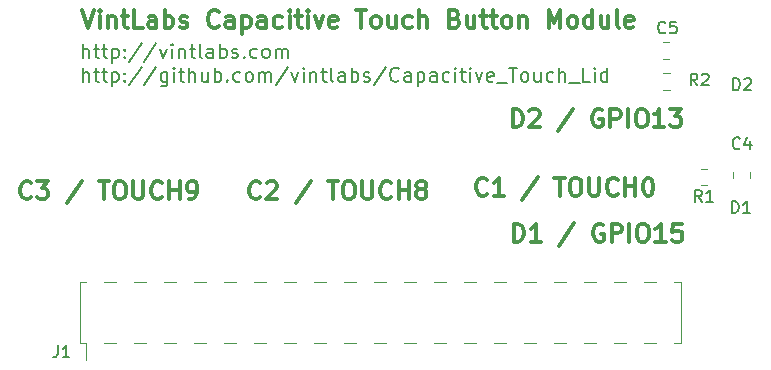
<source format=gbr>
G04 #@! TF.GenerationSoftware,KiCad,Pcbnew,5.1.0*
G04 #@! TF.CreationDate,2019-12-31T07:13:36-05:00*
G04 #@! TF.ProjectId,Capacitive_Touch_Lid,43617061-6369-4746-9976-655f546f7563,rev?*
G04 #@! TF.SameCoordinates,Original*
G04 #@! TF.FileFunction,Legend,Top*
G04 #@! TF.FilePolarity,Positive*
%FSLAX46Y46*%
G04 Gerber Fmt 4.6, Leading zero omitted, Abs format (unit mm)*
G04 Created by KiCad (PCBNEW 5.1.0) date 2019-12-31 07:13:36*
%MOMM*%
%LPD*%
G04 APERTURE LIST*
%ADD10C,0.200000*%
%ADD11C,0.300000*%
%ADD12C,0.120000*%
%ADD13C,0.150000*%
G04 APERTURE END LIST*
D10*
X89815714Y-83042857D02*
X89815714Y-81842857D01*
X90330000Y-83042857D02*
X90330000Y-82414285D01*
X90272857Y-82300000D01*
X90158571Y-82242857D01*
X89987142Y-82242857D01*
X89872857Y-82300000D01*
X89815714Y-82357142D01*
X90730000Y-82242857D02*
X91187142Y-82242857D01*
X90901428Y-81842857D02*
X90901428Y-82871428D01*
X90958571Y-82985714D01*
X91072857Y-83042857D01*
X91187142Y-83042857D01*
X91415714Y-82242857D02*
X91872857Y-82242857D01*
X91587142Y-81842857D02*
X91587142Y-82871428D01*
X91644285Y-82985714D01*
X91758571Y-83042857D01*
X91872857Y-83042857D01*
X92272857Y-82242857D02*
X92272857Y-83442857D01*
X92272857Y-82300000D02*
X92387142Y-82242857D01*
X92615714Y-82242857D01*
X92730000Y-82300000D01*
X92787142Y-82357142D01*
X92844285Y-82471428D01*
X92844285Y-82814285D01*
X92787142Y-82928571D01*
X92730000Y-82985714D01*
X92615714Y-83042857D01*
X92387142Y-83042857D01*
X92272857Y-82985714D01*
X93358571Y-82928571D02*
X93415714Y-82985714D01*
X93358571Y-83042857D01*
X93301428Y-82985714D01*
X93358571Y-82928571D01*
X93358571Y-83042857D01*
X93358571Y-82300000D02*
X93415714Y-82357142D01*
X93358571Y-82414285D01*
X93301428Y-82357142D01*
X93358571Y-82300000D01*
X93358571Y-82414285D01*
X94787142Y-81785714D02*
X93758571Y-83328571D01*
X96044285Y-81785714D02*
X95015714Y-83328571D01*
X96330000Y-82242857D02*
X96615714Y-83042857D01*
X96901428Y-82242857D01*
X97358571Y-83042857D02*
X97358571Y-82242857D01*
X97358571Y-81842857D02*
X97301428Y-81900000D01*
X97358571Y-81957142D01*
X97415714Y-81900000D01*
X97358571Y-81842857D01*
X97358571Y-81957142D01*
X97930000Y-82242857D02*
X97930000Y-83042857D01*
X97930000Y-82357142D02*
X97987142Y-82300000D01*
X98101428Y-82242857D01*
X98272857Y-82242857D01*
X98387142Y-82300000D01*
X98444285Y-82414285D01*
X98444285Y-83042857D01*
X98844285Y-82242857D02*
X99301428Y-82242857D01*
X99015714Y-81842857D02*
X99015714Y-82871428D01*
X99072857Y-82985714D01*
X99187142Y-83042857D01*
X99301428Y-83042857D01*
X99872857Y-83042857D02*
X99758571Y-82985714D01*
X99701428Y-82871428D01*
X99701428Y-81842857D01*
X100844285Y-83042857D02*
X100844285Y-82414285D01*
X100787142Y-82300000D01*
X100672857Y-82242857D01*
X100444285Y-82242857D01*
X100330000Y-82300000D01*
X100844285Y-82985714D02*
X100730000Y-83042857D01*
X100444285Y-83042857D01*
X100330000Y-82985714D01*
X100272857Y-82871428D01*
X100272857Y-82757142D01*
X100330000Y-82642857D01*
X100444285Y-82585714D01*
X100730000Y-82585714D01*
X100844285Y-82528571D01*
X101415714Y-83042857D02*
X101415714Y-81842857D01*
X101415714Y-82300000D02*
X101530000Y-82242857D01*
X101758571Y-82242857D01*
X101872857Y-82300000D01*
X101930000Y-82357142D01*
X101987142Y-82471428D01*
X101987142Y-82814285D01*
X101930000Y-82928571D01*
X101872857Y-82985714D01*
X101758571Y-83042857D01*
X101530000Y-83042857D01*
X101415714Y-82985714D01*
X102444285Y-82985714D02*
X102558571Y-83042857D01*
X102787142Y-83042857D01*
X102901428Y-82985714D01*
X102958571Y-82871428D01*
X102958571Y-82814285D01*
X102901428Y-82700000D01*
X102787142Y-82642857D01*
X102615714Y-82642857D01*
X102501428Y-82585714D01*
X102444285Y-82471428D01*
X102444285Y-82414285D01*
X102501428Y-82300000D01*
X102615714Y-82242857D01*
X102787142Y-82242857D01*
X102901428Y-82300000D01*
X103472857Y-82928571D02*
X103530000Y-82985714D01*
X103472857Y-83042857D01*
X103415714Y-82985714D01*
X103472857Y-82928571D01*
X103472857Y-83042857D01*
X104558571Y-82985714D02*
X104444285Y-83042857D01*
X104215714Y-83042857D01*
X104101428Y-82985714D01*
X104044285Y-82928571D01*
X103987142Y-82814285D01*
X103987142Y-82471428D01*
X104044285Y-82357142D01*
X104101428Y-82300000D01*
X104215714Y-82242857D01*
X104444285Y-82242857D01*
X104558571Y-82300000D01*
X105244285Y-83042857D02*
X105130000Y-82985714D01*
X105072857Y-82928571D01*
X105015714Y-82814285D01*
X105015714Y-82471428D01*
X105072857Y-82357142D01*
X105130000Y-82300000D01*
X105244285Y-82242857D01*
X105415714Y-82242857D01*
X105530000Y-82300000D01*
X105587142Y-82357142D01*
X105644285Y-82471428D01*
X105644285Y-82814285D01*
X105587142Y-82928571D01*
X105530000Y-82985714D01*
X105415714Y-83042857D01*
X105244285Y-83042857D01*
X106158571Y-83042857D02*
X106158571Y-82242857D01*
X106158571Y-82357142D02*
X106215714Y-82300000D01*
X106330000Y-82242857D01*
X106501428Y-82242857D01*
X106615714Y-82300000D01*
X106672857Y-82414285D01*
X106672857Y-83042857D01*
X106672857Y-82414285D02*
X106730000Y-82300000D01*
X106844285Y-82242857D01*
X107015714Y-82242857D01*
X107130000Y-82300000D01*
X107187142Y-82414285D01*
X107187142Y-83042857D01*
X89815714Y-85042857D02*
X89815714Y-83842857D01*
X90330000Y-85042857D02*
X90330000Y-84414285D01*
X90272857Y-84300000D01*
X90158571Y-84242857D01*
X89987142Y-84242857D01*
X89872857Y-84300000D01*
X89815714Y-84357142D01*
X90730000Y-84242857D02*
X91187142Y-84242857D01*
X90901428Y-83842857D02*
X90901428Y-84871428D01*
X90958571Y-84985714D01*
X91072857Y-85042857D01*
X91187142Y-85042857D01*
X91415714Y-84242857D02*
X91872857Y-84242857D01*
X91587142Y-83842857D02*
X91587142Y-84871428D01*
X91644285Y-84985714D01*
X91758571Y-85042857D01*
X91872857Y-85042857D01*
X92272857Y-84242857D02*
X92272857Y-85442857D01*
X92272857Y-84300000D02*
X92387142Y-84242857D01*
X92615714Y-84242857D01*
X92730000Y-84300000D01*
X92787142Y-84357142D01*
X92844285Y-84471428D01*
X92844285Y-84814285D01*
X92787142Y-84928571D01*
X92730000Y-84985714D01*
X92615714Y-85042857D01*
X92387142Y-85042857D01*
X92272857Y-84985714D01*
X93358571Y-84928571D02*
X93415714Y-84985714D01*
X93358571Y-85042857D01*
X93301428Y-84985714D01*
X93358571Y-84928571D01*
X93358571Y-85042857D01*
X93358571Y-84300000D02*
X93415714Y-84357142D01*
X93358571Y-84414285D01*
X93301428Y-84357142D01*
X93358571Y-84300000D01*
X93358571Y-84414285D01*
X94787142Y-83785714D02*
X93758571Y-85328571D01*
X96044285Y-83785714D02*
X95015714Y-85328571D01*
X96958571Y-84242857D02*
X96958571Y-85214285D01*
X96901428Y-85328571D01*
X96844285Y-85385714D01*
X96730000Y-85442857D01*
X96558571Y-85442857D01*
X96444285Y-85385714D01*
X96958571Y-84985714D02*
X96844285Y-85042857D01*
X96615714Y-85042857D01*
X96501428Y-84985714D01*
X96444285Y-84928571D01*
X96387142Y-84814285D01*
X96387142Y-84471428D01*
X96444285Y-84357142D01*
X96501428Y-84300000D01*
X96615714Y-84242857D01*
X96844285Y-84242857D01*
X96958571Y-84300000D01*
X97530000Y-85042857D02*
X97530000Y-84242857D01*
X97530000Y-83842857D02*
X97472857Y-83900000D01*
X97530000Y-83957142D01*
X97587142Y-83900000D01*
X97530000Y-83842857D01*
X97530000Y-83957142D01*
X97930000Y-84242857D02*
X98387142Y-84242857D01*
X98101428Y-83842857D02*
X98101428Y-84871428D01*
X98158571Y-84985714D01*
X98272857Y-85042857D01*
X98387142Y-85042857D01*
X98787142Y-85042857D02*
X98787142Y-83842857D01*
X99301428Y-85042857D02*
X99301428Y-84414285D01*
X99244285Y-84300000D01*
X99130000Y-84242857D01*
X98958571Y-84242857D01*
X98844285Y-84300000D01*
X98787142Y-84357142D01*
X100387142Y-84242857D02*
X100387142Y-85042857D01*
X99872857Y-84242857D02*
X99872857Y-84871428D01*
X99930000Y-84985714D01*
X100044285Y-85042857D01*
X100215714Y-85042857D01*
X100330000Y-84985714D01*
X100387142Y-84928571D01*
X100958571Y-85042857D02*
X100958571Y-83842857D01*
X100958571Y-84300000D02*
X101072857Y-84242857D01*
X101301428Y-84242857D01*
X101415714Y-84300000D01*
X101472857Y-84357142D01*
X101530000Y-84471428D01*
X101530000Y-84814285D01*
X101472857Y-84928571D01*
X101415714Y-84985714D01*
X101301428Y-85042857D01*
X101072857Y-85042857D01*
X100958571Y-84985714D01*
X102044285Y-84928571D02*
X102101428Y-84985714D01*
X102044285Y-85042857D01*
X101987142Y-84985714D01*
X102044285Y-84928571D01*
X102044285Y-85042857D01*
X103130000Y-84985714D02*
X103015714Y-85042857D01*
X102787142Y-85042857D01*
X102672857Y-84985714D01*
X102615714Y-84928571D01*
X102558571Y-84814285D01*
X102558571Y-84471428D01*
X102615714Y-84357142D01*
X102672857Y-84300000D01*
X102787142Y-84242857D01*
X103015714Y-84242857D01*
X103130000Y-84300000D01*
X103815714Y-85042857D02*
X103701428Y-84985714D01*
X103644285Y-84928571D01*
X103587142Y-84814285D01*
X103587142Y-84471428D01*
X103644285Y-84357142D01*
X103701428Y-84300000D01*
X103815714Y-84242857D01*
X103987142Y-84242857D01*
X104101428Y-84300000D01*
X104158571Y-84357142D01*
X104215714Y-84471428D01*
X104215714Y-84814285D01*
X104158571Y-84928571D01*
X104101428Y-84985714D01*
X103987142Y-85042857D01*
X103815714Y-85042857D01*
X104730000Y-85042857D02*
X104730000Y-84242857D01*
X104730000Y-84357142D02*
X104787142Y-84300000D01*
X104901428Y-84242857D01*
X105072857Y-84242857D01*
X105187142Y-84300000D01*
X105244285Y-84414285D01*
X105244285Y-85042857D01*
X105244285Y-84414285D02*
X105301428Y-84300000D01*
X105415714Y-84242857D01*
X105587142Y-84242857D01*
X105701428Y-84300000D01*
X105758571Y-84414285D01*
X105758571Y-85042857D01*
X107187142Y-83785714D02*
X106158571Y-85328571D01*
X107472857Y-84242857D02*
X107758571Y-85042857D01*
X108044285Y-84242857D01*
X108501428Y-85042857D02*
X108501428Y-84242857D01*
X108501428Y-83842857D02*
X108444285Y-83900000D01*
X108501428Y-83957142D01*
X108558571Y-83900000D01*
X108501428Y-83842857D01*
X108501428Y-83957142D01*
X109072857Y-84242857D02*
X109072857Y-85042857D01*
X109072857Y-84357142D02*
X109130000Y-84300000D01*
X109244285Y-84242857D01*
X109415714Y-84242857D01*
X109530000Y-84300000D01*
X109587142Y-84414285D01*
X109587142Y-85042857D01*
X109987142Y-84242857D02*
X110444285Y-84242857D01*
X110158571Y-83842857D02*
X110158571Y-84871428D01*
X110215714Y-84985714D01*
X110330000Y-85042857D01*
X110444285Y-85042857D01*
X111015714Y-85042857D02*
X110901428Y-84985714D01*
X110844285Y-84871428D01*
X110844285Y-83842857D01*
X111987142Y-85042857D02*
X111987142Y-84414285D01*
X111930000Y-84300000D01*
X111815714Y-84242857D01*
X111587142Y-84242857D01*
X111472857Y-84300000D01*
X111987142Y-84985714D02*
X111872857Y-85042857D01*
X111587142Y-85042857D01*
X111472857Y-84985714D01*
X111415714Y-84871428D01*
X111415714Y-84757142D01*
X111472857Y-84642857D01*
X111587142Y-84585714D01*
X111872857Y-84585714D01*
X111987142Y-84528571D01*
X112558571Y-85042857D02*
X112558571Y-83842857D01*
X112558571Y-84300000D02*
X112672857Y-84242857D01*
X112901428Y-84242857D01*
X113015714Y-84300000D01*
X113072857Y-84357142D01*
X113130000Y-84471428D01*
X113130000Y-84814285D01*
X113072857Y-84928571D01*
X113015714Y-84985714D01*
X112901428Y-85042857D01*
X112672857Y-85042857D01*
X112558571Y-84985714D01*
X113587142Y-84985714D02*
X113701428Y-85042857D01*
X113930000Y-85042857D01*
X114044285Y-84985714D01*
X114101428Y-84871428D01*
X114101428Y-84814285D01*
X114044285Y-84700000D01*
X113930000Y-84642857D01*
X113758571Y-84642857D01*
X113644285Y-84585714D01*
X113587142Y-84471428D01*
X113587142Y-84414285D01*
X113644285Y-84300000D01*
X113758571Y-84242857D01*
X113930000Y-84242857D01*
X114044285Y-84300000D01*
X115472857Y-83785714D02*
X114444285Y-85328571D01*
X116558571Y-84928571D02*
X116501428Y-84985714D01*
X116330000Y-85042857D01*
X116215714Y-85042857D01*
X116044285Y-84985714D01*
X115930000Y-84871428D01*
X115872857Y-84757142D01*
X115815714Y-84528571D01*
X115815714Y-84357142D01*
X115872857Y-84128571D01*
X115930000Y-84014285D01*
X116044285Y-83900000D01*
X116215714Y-83842857D01*
X116330000Y-83842857D01*
X116501428Y-83900000D01*
X116558571Y-83957142D01*
X117587142Y-85042857D02*
X117587142Y-84414285D01*
X117530000Y-84300000D01*
X117415714Y-84242857D01*
X117187142Y-84242857D01*
X117072857Y-84300000D01*
X117587142Y-84985714D02*
X117472857Y-85042857D01*
X117187142Y-85042857D01*
X117072857Y-84985714D01*
X117015714Y-84871428D01*
X117015714Y-84757142D01*
X117072857Y-84642857D01*
X117187142Y-84585714D01*
X117472857Y-84585714D01*
X117587142Y-84528571D01*
X118158571Y-84242857D02*
X118158571Y-85442857D01*
X118158571Y-84300000D02*
X118272857Y-84242857D01*
X118501428Y-84242857D01*
X118615714Y-84300000D01*
X118672857Y-84357142D01*
X118730000Y-84471428D01*
X118730000Y-84814285D01*
X118672857Y-84928571D01*
X118615714Y-84985714D01*
X118501428Y-85042857D01*
X118272857Y-85042857D01*
X118158571Y-84985714D01*
X119758571Y-85042857D02*
X119758571Y-84414285D01*
X119701428Y-84300000D01*
X119587142Y-84242857D01*
X119358571Y-84242857D01*
X119244285Y-84300000D01*
X119758571Y-84985714D02*
X119644285Y-85042857D01*
X119358571Y-85042857D01*
X119244285Y-84985714D01*
X119187142Y-84871428D01*
X119187142Y-84757142D01*
X119244285Y-84642857D01*
X119358571Y-84585714D01*
X119644285Y-84585714D01*
X119758571Y-84528571D01*
X120844285Y-84985714D02*
X120730000Y-85042857D01*
X120501428Y-85042857D01*
X120387142Y-84985714D01*
X120330000Y-84928571D01*
X120272857Y-84814285D01*
X120272857Y-84471428D01*
X120330000Y-84357142D01*
X120387142Y-84300000D01*
X120501428Y-84242857D01*
X120730000Y-84242857D01*
X120844285Y-84300000D01*
X121358571Y-85042857D02*
X121358571Y-84242857D01*
X121358571Y-83842857D02*
X121301428Y-83900000D01*
X121358571Y-83957142D01*
X121415714Y-83900000D01*
X121358571Y-83842857D01*
X121358571Y-83957142D01*
X121758571Y-84242857D02*
X122215714Y-84242857D01*
X121930000Y-83842857D02*
X121930000Y-84871428D01*
X121987142Y-84985714D01*
X122101428Y-85042857D01*
X122215714Y-85042857D01*
X122615714Y-85042857D02*
X122615714Y-84242857D01*
X122615714Y-83842857D02*
X122558571Y-83900000D01*
X122615714Y-83957142D01*
X122672857Y-83900000D01*
X122615714Y-83842857D01*
X122615714Y-83957142D01*
X123072857Y-84242857D02*
X123358571Y-85042857D01*
X123644285Y-84242857D01*
X124558571Y-84985714D02*
X124444285Y-85042857D01*
X124215714Y-85042857D01*
X124101428Y-84985714D01*
X124044285Y-84871428D01*
X124044285Y-84414285D01*
X124101428Y-84300000D01*
X124215714Y-84242857D01*
X124444285Y-84242857D01*
X124558571Y-84300000D01*
X124615714Y-84414285D01*
X124615714Y-84528571D01*
X124044285Y-84642857D01*
X124844285Y-85157142D02*
X125758571Y-85157142D01*
X125872857Y-83842857D02*
X126558571Y-83842857D01*
X126215714Y-85042857D02*
X126215714Y-83842857D01*
X127130000Y-85042857D02*
X127015714Y-84985714D01*
X126958571Y-84928571D01*
X126901428Y-84814285D01*
X126901428Y-84471428D01*
X126958571Y-84357142D01*
X127015714Y-84300000D01*
X127130000Y-84242857D01*
X127301428Y-84242857D01*
X127415714Y-84300000D01*
X127472857Y-84357142D01*
X127530000Y-84471428D01*
X127530000Y-84814285D01*
X127472857Y-84928571D01*
X127415714Y-84985714D01*
X127301428Y-85042857D01*
X127130000Y-85042857D01*
X128558571Y-84242857D02*
X128558571Y-85042857D01*
X128044285Y-84242857D02*
X128044285Y-84871428D01*
X128101428Y-84985714D01*
X128215714Y-85042857D01*
X128387142Y-85042857D01*
X128501428Y-84985714D01*
X128558571Y-84928571D01*
X129644285Y-84985714D02*
X129530000Y-85042857D01*
X129301428Y-85042857D01*
X129187142Y-84985714D01*
X129130000Y-84928571D01*
X129072857Y-84814285D01*
X129072857Y-84471428D01*
X129130000Y-84357142D01*
X129187142Y-84300000D01*
X129301428Y-84242857D01*
X129530000Y-84242857D01*
X129644285Y-84300000D01*
X130158571Y-85042857D02*
X130158571Y-83842857D01*
X130672857Y-85042857D02*
X130672857Y-84414285D01*
X130615714Y-84300000D01*
X130501428Y-84242857D01*
X130330000Y-84242857D01*
X130215714Y-84300000D01*
X130158571Y-84357142D01*
X130958571Y-85157142D02*
X131872857Y-85157142D01*
X132730000Y-85042857D02*
X132158571Y-85042857D01*
X132158571Y-83842857D01*
X133130000Y-85042857D02*
X133130000Y-84242857D01*
X133130000Y-83842857D02*
X133072857Y-83900000D01*
X133130000Y-83957142D01*
X133187142Y-83900000D01*
X133130000Y-83842857D01*
X133130000Y-83957142D01*
X134215714Y-85042857D02*
X134215714Y-83842857D01*
X134215714Y-84985714D02*
X134101428Y-85042857D01*
X133872857Y-85042857D01*
X133758571Y-84985714D01*
X133701428Y-84928571D01*
X133644285Y-84814285D01*
X133644285Y-84471428D01*
X133701428Y-84357142D01*
X133758571Y-84300000D01*
X133872857Y-84242857D01*
X134101428Y-84242857D01*
X134215714Y-84300000D01*
D11*
X89737857Y-78978571D02*
X90237857Y-80478571D01*
X90737857Y-78978571D01*
X91237857Y-80478571D02*
X91237857Y-79478571D01*
X91237857Y-78978571D02*
X91166428Y-79050000D01*
X91237857Y-79121428D01*
X91309285Y-79050000D01*
X91237857Y-78978571D01*
X91237857Y-79121428D01*
X91952142Y-79478571D02*
X91952142Y-80478571D01*
X91952142Y-79621428D02*
X92023571Y-79550000D01*
X92166428Y-79478571D01*
X92380714Y-79478571D01*
X92523571Y-79550000D01*
X92595000Y-79692857D01*
X92595000Y-80478571D01*
X93095000Y-79478571D02*
X93666428Y-79478571D01*
X93309285Y-78978571D02*
X93309285Y-80264285D01*
X93380714Y-80407142D01*
X93523571Y-80478571D01*
X93666428Y-80478571D01*
X94880714Y-80478571D02*
X94166428Y-80478571D01*
X94166428Y-78978571D01*
X96023571Y-80478571D02*
X96023571Y-79692857D01*
X95952142Y-79550000D01*
X95809285Y-79478571D01*
X95523571Y-79478571D01*
X95380714Y-79550000D01*
X96023571Y-80407142D02*
X95880714Y-80478571D01*
X95523571Y-80478571D01*
X95380714Y-80407142D01*
X95309285Y-80264285D01*
X95309285Y-80121428D01*
X95380714Y-79978571D01*
X95523571Y-79907142D01*
X95880714Y-79907142D01*
X96023571Y-79835714D01*
X96737857Y-80478571D02*
X96737857Y-78978571D01*
X96737857Y-79550000D02*
X96880714Y-79478571D01*
X97166428Y-79478571D01*
X97309285Y-79550000D01*
X97380714Y-79621428D01*
X97452142Y-79764285D01*
X97452142Y-80192857D01*
X97380714Y-80335714D01*
X97309285Y-80407142D01*
X97166428Y-80478571D01*
X96880714Y-80478571D01*
X96737857Y-80407142D01*
X98023571Y-80407142D02*
X98166428Y-80478571D01*
X98452142Y-80478571D01*
X98595000Y-80407142D01*
X98666428Y-80264285D01*
X98666428Y-80192857D01*
X98595000Y-80050000D01*
X98452142Y-79978571D01*
X98237857Y-79978571D01*
X98095000Y-79907142D01*
X98023571Y-79764285D01*
X98023571Y-79692857D01*
X98095000Y-79550000D01*
X98237857Y-79478571D01*
X98452142Y-79478571D01*
X98595000Y-79550000D01*
X101309285Y-80335714D02*
X101237857Y-80407142D01*
X101023571Y-80478571D01*
X100880714Y-80478571D01*
X100666428Y-80407142D01*
X100523571Y-80264285D01*
X100452142Y-80121428D01*
X100380714Y-79835714D01*
X100380714Y-79621428D01*
X100452142Y-79335714D01*
X100523571Y-79192857D01*
X100666428Y-79050000D01*
X100880714Y-78978571D01*
X101023571Y-78978571D01*
X101237857Y-79050000D01*
X101309285Y-79121428D01*
X102595000Y-80478571D02*
X102595000Y-79692857D01*
X102523571Y-79550000D01*
X102380714Y-79478571D01*
X102095000Y-79478571D01*
X101952142Y-79550000D01*
X102595000Y-80407142D02*
X102452142Y-80478571D01*
X102095000Y-80478571D01*
X101952142Y-80407142D01*
X101880714Y-80264285D01*
X101880714Y-80121428D01*
X101952142Y-79978571D01*
X102095000Y-79907142D01*
X102452142Y-79907142D01*
X102595000Y-79835714D01*
X103309285Y-79478571D02*
X103309285Y-80978571D01*
X103309285Y-79550000D02*
X103452142Y-79478571D01*
X103737857Y-79478571D01*
X103880714Y-79550000D01*
X103952142Y-79621428D01*
X104023571Y-79764285D01*
X104023571Y-80192857D01*
X103952142Y-80335714D01*
X103880714Y-80407142D01*
X103737857Y-80478571D01*
X103452142Y-80478571D01*
X103309285Y-80407142D01*
X105309285Y-80478571D02*
X105309285Y-79692857D01*
X105237857Y-79550000D01*
X105095000Y-79478571D01*
X104809285Y-79478571D01*
X104666428Y-79550000D01*
X105309285Y-80407142D02*
X105166428Y-80478571D01*
X104809285Y-80478571D01*
X104666428Y-80407142D01*
X104595000Y-80264285D01*
X104595000Y-80121428D01*
X104666428Y-79978571D01*
X104809285Y-79907142D01*
X105166428Y-79907142D01*
X105309285Y-79835714D01*
X106666428Y-80407142D02*
X106523571Y-80478571D01*
X106237857Y-80478571D01*
X106095000Y-80407142D01*
X106023571Y-80335714D01*
X105952142Y-80192857D01*
X105952142Y-79764285D01*
X106023571Y-79621428D01*
X106095000Y-79550000D01*
X106237857Y-79478571D01*
X106523571Y-79478571D01*
X106666428Y-79550000D01*
X107309285Y-80478571D02*
X107309285Y-79478571D01*
X107309285Y-78978571D02*
X107237857Y-79050000D01*
X107309285Y-79121428D01*
X107380714Y-79050000D01*
X107309285Y-78978571D01*
X107309285Y-79121428D01*
X107809285Y-79478571D02*
X108380714Y-79478571D01*
X108023571Y-78978571D02*
X108023571Y-80264285D01*
X108095000Y-80407142D01*
X108237857Y-80478571D01*
X108380714Y-80478571D01*
X108880714Y-80478571D02*
X108880714Y-79478571D01*
X108880714Y-78978571D02*
X108809285Y-79050000D01*
X108880714Y-79121428D01*
X108952142Y-79050000D01*
X108880714Y-78978571D01*
X108880714Y-79121428D01*
X109452142Y-79478571D02*
X109809285Y-80478571D01*
X110166428Y-79478571D01*
X111309285Y-80407142D02*
X111166428Y-80478571D01*
X110880714Y-80478571D01*
X110737857Y-80407142D01*
X110666428Y-80264285D01*
X110666428Y-79692857D01*
X110737857Y-79550000D01*
X110880714Y-79478571D01*
X111166428Y-79478571D01*
X111309285Y-79550000D01*
X111380714Y-79692857D01*
X111380714Y-79835714D01*
X110666428Y-79978571D01*
X112952142Y-78978571D02*
X113809285Y-78978571D01*
X113380714Y-80478571D02*
X113380714Y-78978571D01*
X114523571Y-80478571D02*
X114380714Y-80407142D01*
X114309285Y-80335714D01*
X114237857Y-80192857D01*
X114237857Y-79764285D01*
X114309285Y-79621428D01*
X114380714Y-79550000D01*
X114523571Y-79478571D01*
X114737857Y-79478571D01*
X114880714Y-79550000D01*
X114952142Y-79621428D01*
X115023571Y-79764285D01*
X115023571Y-80192857D01*
X114952142Y-80335714D01*
X114880714Y-80407142D01*
X114737857Y-80478571D01*
X114523571Y-80478571D01*
X116309285Y-79478571D02*
X116309285Y-80478571D01*
X115666428Y-79478571D02*
X115666428Y-80264285D01*
X115737857Y-80407142D01*
X115880714Y-80478571D01*
X116095000Y-80478571D01*
X116237857Y-80407142D01*
X116309285Y-80335714D01*
X117666428Y-80407142D02*
X117523571Y-80478571D01*
X117237857Y-80478571D01*
X117095000Y-80407142D01*
X117023571Y-80335714D01*
X116952142Y-80192857D01*
X116952142Y-79764285D01*
X117023571Y-79621428D01*
X117095000Y-79550000D01*
X117237857Y-79478571D01*
X117523571Y-79478571D01*
X117666428Y-79550000D01*
X118309285Y-80478571D02*
X118309285Y-78978571D01*
X118952142Y-80478571D02*
X118952142Y-79692857D01*
X118880714Y-79550000D01*
X118737857Y-79478571D01*
X118523571Y-79478571D01*
X118380714Y-79550000D01*
X118309285Y-79621428D01*
X121309285Y-79692857D02*
X121523571Y-79764285D01*
X121595000Y-79835714D01*
X121666428Y-79978571D01*
X121666428Y-80192857D01*
X121595000Y-80335714D01*
X121523571Y-80407142D01*
X121380714Y-80478571D01*
X120809285Y-80478571D01*
X120809285Y-78978571D01*
X121309285Y-78978571D01*
X121452142Y-79050000D01*
X121523571Y-79121428D01*
X121595000Y-79264285D01*
X121595000Y-79407142D01*
X121523571Y-79550000D01*
X121452142Y-79621428D01*
X121309285Y-79692857D01*
X120809285Y-79692857D01*
X122952142Y-79478571D02*
X122952142Y-80478571D01*
X122309285Y-79478571D02*
X122309285Y-80264285D01*
X122380714Y-80407142D01*
X122523571Y-80478571D01*
X122737857Y-80478571D01*
X122880714Y-80407142D01*
X122952142Y-80335714D01*
X123452142Y-79478571D02*
X124023571Y-79478571D01*
X123666428Y-78978571D02*
X123666428Y-80264285D01*
X123737857Y-80407142D01*
X123880714Y-80478571D01*
X124023571Y-80478571D01*
X124309285Y-79478571D02*
X124880714Y-79478571D01*
X124523571Y-78978571D02*
X124523571Y-80264285D01*
X124595000Y-80407142D01*
X124737857Y-80478571D01*
X124880714Y-80478571D01*
X125595000Y-80478571D02*
X125452142Y-80407142D01*
X125380714Y-80335714D01*
X125309285Y-80192857D01*
X125309285Y-79764285D01*
X125380714Y-79621428D01*
X125452142Y-79550000D01*
X125595000Y-79478571D01*
X125809285Y-79478571D01*
X125952142Y-79550000D01*
X126023571Y-79621428D01*
X126095000Y-79764285D01*
X126095000Y-80192857D01*
X126023571Y-80335714D01*
X125952142Y-80407142D01*
X125809285Y-80478571D01*
X125595000Y-80478571D01*
X126737857Y-79478571D02*
X126737857Y-80478571D01*
X126737857Y-79621428D02*
X126809285Y-79550000D01*
X126952142Y-79478571D01*
X127166428Y-79478571D01*
X127309285Y-79550000D01*
X127380714Y-79692857D01*
X127380714Y-80478571D01*
X129237857Y-80478571D02*
X129237857Y-78978571D01*
X129737857Y-80050000D01*
X130237857Y-78978571D01*
X130237857Y-80478571D01*
X131166428Y-80478571D02*
X131023571Y-80407142D01*
X130952142Y-80335714D01*
X130880714Y-80192857D01*
X130880714Y-79764285D01*
X130952142Y-79621428D01*
X131023571Y-79550000D01*
X131166428Y-79478571D01*
X131380714Y-79478571D01*
X131523571Y-79550000D01*
X131595000Y-79621428D01*
X131666428Y-79764285D01*
X131666428Y-80192857D01*
X131595000Y-80335714D01*
X131523571Y-80407142D01*
X131380714Y-80478571D01*
X131166428Y-80478571D01*
X132952142Y-80478571D02*
X132952142Y-78978571D01*
X132952142Y-80407142D02*
X132809285Y-80478571D01*
X132523571Y-80478571D01*
X132380714Y-80407142D01*
X132309285Y-80335714D01*
X132237857Y-80192857D01*
X132237857Y-79764285D01*
X132309285Y-79621428D01*
X132380714Y-79550000D01*
X132523571Y-79478571D01*
X132809285Y-79478571D01*
X132952142Y-79550000D01*
X134309285Y-79478571D02*
X134309285Y-80478571D01*
X133666428Y-79478571D02*
X133666428Y-80264285D01*
X133737857Y-80407142D01*
X133880714Y-80478571D01*
X134095000Y-80478571D01*
X134237857Y-80407142D01*
X134309285Y-80335714D01*
X135237857Y-80478571D02*
X135095000Y-80407142D01*
X135023571Y-80264285D01*
X135023571Y-78978571D01*
X136380714Y-80407142D02*
X136237857Y-80478571D01*
X135952142Y-80478571D01*
X135809285Y-80407142D01*
X135737857Y-80264285D01*
X135737857Y-79692857D01*
X135809285Y-79550000D01*
X135952142Y-79478571D01*
X136237857Y-79478571D01*
X136380714Y-79550000D01*
X136452142Y-79692857D01*
X136452142Y-79835714D01*
X135737857Y-79978571D01*
X126192857Y-88878571D02*
X126192857Y-87378571D01*
X126550000Y-87378571D01*
X126764285Y-87450000D01*
X126907142Y-87592857D01*
X126978571Y-87735714D01*
X127050000Y-88021428D01*
X127050000Y-88235714D01*
X126978571Y-88521428D01*
X126907142Y-88664285D01*
X126764285Y-88807142D01*
X126550000Y-88878571D01*
X126192857Y-88878571D01*
X127621428Y-87521428D02*
X127692857Y-87450000D01*
X127835714Y-87378571D01*
X128192857Y-87378571D01*
X128335714Y-87450000D01*
X128407142Y-87521428D01*
X128478571Y-87664285D01*
X128478571Y-87807142D01*
X128407142Y-88021428D01*
X127550000Y-88878571D01*
X128478571Y-88878571D01*
X131335714Y-87307142D02*
X130050000Y-89235714D01*
X133764285Y-87450000D02*
X133621428Y-87378571D01*
X133407142Y-87378571D01*
X133192857Y-87450000D01*
X133050000Y-87592857D01*
X132978571Y-87735714D01*
X132907142Y-88021428D01*
X132907142Y-88235714D01*
X132978571Y-88521428D01*
X133050000Y-88664285D01*
X133192857Y-88807142D01*
X133407142Y-88878571D01*
X133550000Y-88878571D01*
X133764285Y-88807142D01*
X133835714Y-88735714D01*
X133835714Y-88235714D01*
X133550000Y-88235714D01*
X134478571Y-88878571D02*
X134478571Y-87378571D01*
X135050000Y-87378571D01*
X135192857Y-87450000D01*
X135264285Y-87521428D01*
X135335714Y-87664285D01*
X135335714Y-87878571D01*
X135264285Y-88021428D01*
X135192857Y-88092857D01*
X135050000Y-88164285D01*
X134478571Y-88164285D01*
X135978571Y-88878571D02*
X135978571Y-87378571D01*
X136978571Y-87378571D02*
X137264285Y-87378571D01*
X137407142Y-87450000D01*
X137550000Y-87592857D01*
X137621428Y-87878571D01*
X137621428Y-88378571D01*
X137550000Y-88664285D01*
X137407142Y-88807142D01*
X137264285Y-88878571D01*
X136978571Y-88878571D01*
X136835714Y-88807142D01*
X136692857Y-88664285D01*
X136621428Y-88378571D01*
X136621428Y-87878571D01*
X136692857Y-87592857D01*
X136835714Y-87450000D01*
X136978571Y-87378571D01*
X139050000Y-88878571D02*
X138192857Y-88878571D01*
X138621428Y-88878571D02*
X138621428Y-87378571D01*
X138478571Y-87592857D01*
X138335714Y-87735714D01*
X138192857Y-87807142D01*
X139550000Y-87378571D02*
X140478571Y-87378571D01*
X139978571Y-87950000D01*
X140192857Y-87950000D01*
X140335714Y-88021428D01*
X140407142Y-88092857D01*
X140478571Y-88235714D01*
X140478571Y-88592857D01*
X140407142Y-88735714D01*
X140335714Y-88807142D01*
X140192857Y-88878571D01*
X139764285Y-88878571D01*
X139621428Y-88807142D01*
X139550000Y-88735714D01*
X126292857Y-98578571D02*
X126292857Y-97078571D01*
X126650000Y-97078571D01*
X126864285Y-97150000D01*
X127007142Y-97292857D01*
X127078571Y-97435714D01*
X127150000Y-97721428D01*
X127150000Y-97935714D01*
X127078571Y-98221428D01*
X127007142Y-98364285D01*
X126864285Y-98507142D01*
X126650000Y-98578571D01*
X126292857Y-98578571D01*
X128578571Y-98578571D02*
X127721428Y-98578571D01*
X128150000Y-98578571D02*
X128150000Y-97078571D01*
X128007142Y-97292857D01*
X127864285Y-97435714D01*
X127721428Y-97507142D01*
X131435714Y-97007142D02*
X130150000Y-98935714D01*
X133864285Y-97150000D02*
X133721428Y-97078571D01*
X133507142Y-97078571D01*
X133292857Y-97150000D01*
X133150000Y-97292857D01*
X133078571Y-97435714D01*
X133007142Y-97721428D01*
X133007142Y-97935714D01*
X133078571Y-98221428D01*
X133150000Y-98364285D01*
X133292857Y-98507142D01*
X133507142Y-98578571D01*
X133650000Y-98578571D01*
X133864285Y-98507142D01*
X133935714Y-98435714D01*
X133935714Y-97935714D01*
X133650000Y-97935714D01*
X134578571Y-98578571D02*
X134578571Y-97078571D01*
X135150000Y-97078571D01*
X135292857Y-97150000D01*
X135364285Y-97221428D01*
X135435714Y-97364285D01*
X135435714Y-97578571D01*
X135364285Y-97721428D01*
X135292857Y-97792857D01*
X135150000Y-97864285D01*
X134578571Y-97864285D01*
X136078571Y-98578571D02*
X136078571Y-97078571D01*
X137078571Y-97078571D02*
X137364285Y-97078571D01*
X137507142Y-97150000D01*
X137650000Y-97292857D01*
X137721428Y-97578571D01*
X137721428Y-98078571D01*
X137650000Y-98364285D01*
X137507142Y-98507142D01*
X137364285Y-98578571D01*
X137078571Y-98578571D01*
X136935714Y-98507142D01*
X136792857Y-98364285D01*
X136721428Y-98078571D01*
X136721428Y-97578571D01*
X136792857Y-97292857D01*
X136935714Y-97150000D01*
X137078571Y-97078571D01*
X139150000Y-98578571D02*
X138292857Y-98578571D01*
X138721428Y-98578571D02*
X138721428Y-97078571D01*
X138578571Y-97292857D01*
X138435714Y-97435714D01*
X138292857Y-97507142D01*
X140507142Y-97078571D02*
X139792857Y-97078571D01*
X139721428Y-97792857D01*
X139792857Y-97721428D01*
X139935714Y-97650000D01*
X140292857Y-97650000D01*
X140435714Y-97721428D01*
X140507142Y-97792857D01*
X140578571Y-97935714D01*
X140578571Y-98292857D01*
X140507142Y-98435714D01*
X140435714Y-98507142D01*
X140292857Y-98578571D01*
X139935714Y-98578571D01*
X139792857Y-98507142D01*
X139721428Y-98435714D01*
X124028571Y-94535714D02*
X123957142Y-94607142D01*
X123742857Y-94678571D01*
X123600000Y-94678571D01*
X123385714Y-94607142D01*
X123242857Y-94464285D01*
X123171428Y-94321428D01*
X123100000Y-94035714D01*
X123100000Y-93821428D01*
X123171428Y-93535714D01*
X123242857Y-93392857D01*
X123385714Y-93250000D01*
X123600000Y-93178571D01*
X123742857Y-93178571D01*
X123957142Y-93250000D01*
X124028571Y-93321428D01*
X125457142Y-94678571D02*
X124600000Y-94678571D01*
X125028571Y-94678571D02*
X125028571Y-93178571D01*
X124885714Y-93392857D01*
X124742857Y-93535714D01*
X124600000Y-93607142D01*
X128314285Y-93107142D02*
X127028571Y-95035714D01*
X129742857Y-93178571D02*
X130600000Y-93178571D01*
X130171428Y-94678571D02*
X130171428Y-93178571D01*
X131385714Y-93178571D02*
X131671428Y-93178571D01*
X131814285Y-93250000D01*
X131957142Y-93392857D01*
X132028571Y-93678571D01*
X132028571Y-94178571D01*
X131957142Y-94464285D01*
X131814285Y-94607142D01*
X131671428Y-94678571D01*
X131385714Y-94678571D01*
X131242857Y-94607142D01*
X131100000Y-94464285D01*
X131028571Y-94178571D01*
X131028571Y-93678571D01*
X131100000Y-93392857D01*
X131242857Y-93250000D01*
X131385714Y-93178571D01*
X132671428Y-93178571D02*
X132671428Y-94392857D01*
X132742857Y-94535714D01*
X132814285Y-94607142D01*
X132957142Y-94678571D01*
X133242857Y-94678571D01*
X133385714Y-94607142D01*
X133457142Y-94535714D01*
X133528571Y-94392857D01*
X133528571Y-93178571D01*
X135100000Y-94535714D02*
X135028571Y-94607142D01*
X134814285Y-94678571D01*
X134671428Y-94678571D01*
X134457142Y-94607142D01*
X134314285Y-94464285D01*
X134242857Y-94321428D01*
X134171428Y-94035714D01*
X134171428Y-93821428D01*
X134242857Y-93535714D01*
X134314285Y-93392857D01*
X134457142Y-93250000D01*
X134671428Y-93178571D01*
X134814285Y-93178571D01*
X135028571Y-93250000D01*
X135100000Y-93321428D01*
X135742857Y-94678571D02*
X135742857Y-93178571D01*
X135742857Y-93892857D02*
X136600000Y-93892857D01*
X136600000Y-94678571D02*
X136600000Y-93178571D01*
X137600000Y-93178571D02*
X137742857Y-93178571D01*
X137885714Y-93250000D01*
X137957142Y-93321428D01*
X138028571Y-93464285D01*
X138100000Y-93750000D01*
X138100000Y-94107142D01*
X138028571Y-94392857D01*
X137957142Y-94535714D01*
X137885714Y-94607142D01*
X137742857Y-94678571D01*
X137600000Y-94678571D01*
X137457142Y-94607142D01*
X137385714Y-94535714D01*
X137314285Y-94392857D01*
X137242857Y-94107142D01*
X137242857Y-93750000D01*
X137314285Y-93464285D01*
X137385714Y-93321428D01*
X137457142Y-93250000D01*
X137600000Y-93178571D01*
X104828571Y-94835714D02*
X104757142Y-94907142D01*
X104542857Y-94978571D01*
X104400000Y-94978571D01*
X104185714Y-94907142D01*
X104042857Y-94764285D01*
X103971428Y-94621428D01*
X103900000Y-94335714D01*
X103900000Y-94121428D01*
X103971428Y-93835714D01*
X104042857Y-93692857D01*
X104185714Y-93550000D01*
X104400000Y-93478571D01*
X104542857Y-93478571D01*
X104757142Y-93550000D01*
X104828571Y-93621428D01*
X105400000Y-93621428D02*
X105471428Y-93550000D01*
X105614285Y-93478571D01*
X105971428Y-93478571D01*
X106114285Y-93550000D01*
X106185714Y-93621428D01*
X106257142Y-93764285D01*
X106257142Y-93907142D01*
X106185714Y-94121428D01*
X105328571Y-94978571D01*
X106257142Y-94978571D01*
X109114285Y-93407142D02*
X107828571Y-95335714D01*
X110542857Y-93478571D02*
X111400000Y-93478571D01*
X110971428Y-94978571D02*
X110971428Y-93478571D01*
X112185714Y-93478571D02*
X112471428Y-93478571D01*
X112614285Y-93550000D01*
X112757142Y-93692857D01*
X112828571Y-93978571D01*
X112828571Y-94478571D01*
X112757142Y-94764285D01*
X112614285Y-94907142D01*
X112471428Y-94978571D01*
X112185714Y-94978571D01*
X112042857Y-94907142D01*
X111900000Y-94764285D01*
X111828571Y-94478571D01*
X111828571Y-93978571D01*
X111900000Y-93692857D01*
X112042857Y-93550000D01*
X112185714Y-93478571D01*
X113471428Y-93478571D02*
X113471428Y-94692857D01*
X113542857Y-94835714D01*
X113614285Y-94907142D01*
X113757142Y-94978571D01*
X114042857Y-94978571D01*
X114185714Y-94907142D01*
X114257142Y-94835714D01*
X114328571Y-94692857D01*
X114328571Y-93478571D01*
X115900000Y-94835714D02*
X115828571Y-94907142D01*
X115614285Y-94978571D01*
X115471428Y-94978571D01*
X115257142Y-94907142D01*
X115114285Y-94764285D01*
X115042857Y-94621428D01*
X114971428Y-94335714D01*
X114971428Y-94121428D01*
X115042857Y-93835714D01*
X115114285Y-93692857D01*
X115257142Y-93550000D01*
X115471428Y-93478571D01*
X115614285Y-93478571D01*
X115828571Y-93550000D01*
X115900000Y-93621428D01*
X116542857Y-94978571D02*
X116542857Y-93478571D01*
X116542857Y-94192857D02*
X117400000Y-94192857D01*
X117400000Y-94978571D02*
X117400000Y-93478571D01*
X118328571Y-94121428D02*
X118185714Y-94050000D01*
X118114285Y-93978571D01*
X118042857Y-93835714D01*
X118042857Y-93764285D01*
X118114285Y-93621428D01*
X118185714Y-93550000D01*
X118328571Y-93478571D01*
X118614285Y-93478571D01*
X118757142Y-93550000D01*
X118828571Y-93621428D01*
X118900000Y-93764285D01*
X118900000Y-93835714D01*
X118828571Y-93978571D01*
X118757142Y-94050000D01*
X118614285Y-94121428D01*
X118328571Y-94121428D01*
X118185714Y-94192857D01*
X118114285Y-94264285D01*
X118042857Y-94407142D01*
X118042857Y-94692857D01*
X118114285Y-94835714D01*
X118185714Y-94907142D01*
X118328571Y-94978571D01*
X118614285Y-94978571D01*
X118757142Y-94907142D01*
X118828571Y-94835714D01*
X118900000Y-94692857D01*
X118900000Y-94407142D01*
X118828571Y-94264285D01*
X118757142Y-94192857D01*
X118614285Y-94121428D01*
X85428571Y-94835714D02*
X85357142Y-94907142D01*
X85142857Y-94978571D01*
X85000000Y-94978571D01*
X84785714Y-94907142D01*
X84642857Y-94764285D01*
X84571428Y-94621428D01*
X84500000Y-94335714D01*
X84500000Y-94121428D01*
X84571428Y-93835714D01*
X84642857Y-93692857D01*
X84785714Y-93550000D01*
X85000000Y-93478571D01*
X85142857Y-93478571D01*
X85357142Y-93550000D01*
X85428571Y-93621428D01*
X85928571Y-93478571D02*
X86857142Y-93478571D01*
X86357142Y-94050000D01*
X86571428Y-94050000D01*
X86714285Y-94121428D01*
X86785714Y-94192857D01*
X86857142Y-94335714D01*
X86857142Y-94692857D01*
X86785714Y-94835714D01*
X86714285Y-94907142D01*
X86571428Y-94978571D01*
X86142857Y-94978571D01*
X86000000Y-94907142D01*
X85928571Y-94835714D01*
X89714285Y-93407142D02*
X88428571Y-95335714D01*
X91142857Y-93478571D02*
X92000000Y-93478571D01*
X91571428Y-94978571D02*
X91571428Y-93478571D01*
X92785714Y-93478571D02*
X93071428Y-93478571D01*
X93214285Y-93550000D01*
X93357142Y-93692857D01*
X93428571Y-93978571D01*
X93428571Y-94478571D01*
X93357142Y-94764285D01*
X93214285Y-94907142D01*
X93071428Y-94978571D01*
X92785714Y-94978571D01*
X92642857Y-94907142D01*
X92500000Y-94764285D01*
X92428571Y-94478571D01*
X92428571Y-93978571D01*
X92500000Y-93692857D01*
X92642857Y-93550000D01*
X92785714Y-93478571D01*
X94071428Y-93478571D02*
X94071428Y-94692857D01*
X94142857Y-94835714D01*
X94214285Y-94907142D01*
X94357142Y-94978571D01*
X94642857Y-94978571D01*
X94785714Y-94907142D01*
X94857142Y-94835714D01*
X94928571Y-94692857D01*
X94928571Y-93478571D01*
X96500000Y-94835714D02*
X96428571Y-94907142D01*
X96214285Y-94978571D01*
X96071428Y-94978571D01*
X95857142Y-94907142D01*
X95714285Y-94764285D01*
X95642857Y-94621428D01*
X95571428Y-94335714D01*
X95571428Y-94121428D01*
X95642857Y-93835714D01*
X95714285Y-93692857D01*
X95857142Y-93550000D01*
X96071428Y-93478571D01*
X96214285Y-93478571D01*
X96428571Y-93550000D01*
X96500000Y-93621428D01*
X97142857Y-94978571D02*
X97142857Y-93478571D01*
X97142857Y-94192857D02*
X98000000Y-94192857D01*
X98000000Y-94978571D02*
X98000000Y-93478571D01*
X98785714Y-94978571D02*
X99071428Y-94978571D01*
X99214285Y-94907142D01*
X99285714Y-94835714D01*
X99428571Y-94621428D01*
X99500000Y-94335714D01*
X99500000Y-93764285D01*
X99428571Y-93621428D01*
X99357142Y-93550000D01*
X99214285Y-93478571D01*
X98928571Y-93478571D01*
X98785714Y-93550000D01*
X98714285Y-93621428D01*
X98642857Y-93764285D01*
X98642857Y-94121428D01*
X98714285Y-94264285D01*
X98785714Y-94335714D01*
X98928571Y-94407142D01*
X99214285Y-94407142D01*
X99357142Y-94335714D01*
X99428571Y-94264285D01*
X99500000Y-94121428D01*
D12*
X139461252Y-81690000D02*
X138938748Y-81690000D01*
X139461252Y-83110000D02*
X138938748Y-83110000D01*
X144890000Y-93186251D02*
X144890000Y-92663747D01*
X146310000Y-93186251D02*
X146310000Y-92663747D01*
X139486252Y-84290000D02*
X138963748Y-84290000D01*
X139486252Y-85710000D02*
X138963748Y-85710000D01*
X142636252Y-93810000D02*
X142113748Y-93810000D01*
X142636252Y-92390000D02*
X142113748Y-92390000D01*
X89540000Y-107200000D02*
X89540000Y-102000000D01*
X140460000Y-107200000D02*
X140460000Y-102000000D01*
X90110000Y-108640000D02*
X90110000Y-107200000D01*
X89540000Y-107200000D02*
X90110000Y-107200000D01*
X89540000Y-102000000D02*
X90110000Y-102000000D01*
X139890000Y-107200000D02*
X140460000Y-107200000D01*
X139890000Y-102000000D02*
X140460000Y-102000000D01*
X91630000Y-107200000D02*
X92650000Y-107200000D01*
X91630000Y-102000000D02*
X92650000Y-102000000D01*
X94170000Y-107200000D02*
X95190000Y-107200000D01*
X94170000Y-102000000D02*
X95190000Y-102000000D01*
X96710000Y-107200000D02*
X97730000Y-107200000D01*
X96710000Y-102000000D02*
X97730000Y-102000000D01*
X99250000Y-107200000D02*
X100270000Y-107200000D01*
X99250000Y-102000000D02*
X100270000Y-102000000D01*
X101790000Y-107200000D02*
X102810000Y-107200000D01*
X101790000Y-102000000D02*
X102810000Y-102000000D01*
X104330000Y-107200000D02*
X105350000Y-107200000D01*
X104330000Y-102000000D02*
X105350000Y-102000000D01*
X106870000Y-107200000D02*
X107890000Y-107200000D01*
X106870000Y-102000000D02*
X107890000Y-102000000D01*
X109410000Y-107200000D02*
X110430000Y-107200000D01*
X109410000Y-102000000D02*
X110430000Y-102000000D01*
X111950000Y-107200000D02*
X112970000Y-107200000D01*
X111950000Y-102000000D02*
X112970000Y-102000000D01*
X114490000Y-107200000D02*
X115510000Y-107200000D01*
X114490000Y-102000000D02*
X115510000Y-102000000D01*
X117030000Y-107200000D02*
X118050000Y-107200000D01*
X117030000Y-102000000D02*
X118050000Y-102000000D01*
X119570000Y-107200000D02*
X120590000Y-107200000D01*
X119570000Y-102000000D02*
X120590000Y-102000000D01*
X122110000Y-107200000D02*
X123130000Y-107200000D01*
X122110000Y-102000000D02*
X123130000Y-102000000D01*
X124650000Y-107200000D02*
X125670000Y-107200000D01*
X124650000Y-102000000D02*
X125670000Y-102000000D01*
X127190000Y-107200000D02*
X128210000Y-107200000D01*
X127190000Y-102000000D02*
X128210000Y-102000000D01*
X129730000Y-107200000D02*
X130750000Y-107200000D01*
X129730000Y-102000000D02*
X130750000Y-102000000D01*
X132270000Y-107200000D02*
X133290000Y-107200000D01*
X132270000Y-102000000D02*
X133290000Y-102000000D01*
X134810000Y-107200000D02*
X135830000Y-107200000D01*
X134810000Y-102000000D02*
X135830000Y-102000000D01*
X137350000Y-107200000D02*
X138370000Y-107200000D01*
X137350000Y-102000000D02*
X138370000Y-102000000D01*
D13*
X139133333Y-80857142D02*
X139085714Y-80904761D01*
X138942857Y-80952380D01*
X138847619Y-80952380D01*
X138704761Y-80904761D01*
X138609523Y-80809523D01*
X138561904Y-80714285D01*
X138514285Y-80523809D01*
X138514285Y-80380952D01*
X138561904Y-80190476D01*
X138609523Y-80095238D01*
X138704761Y-80000000D01*
X138847619Y-79952380D01*
X138942857Y-79952380D01*
X139085714Y-80000000D01*
X139133333Y-80047619D01*
X140038095Y-79952380D02*
X139561904Y-79952380D01*
X139514285Y-80428571D01*
X139561904Y-80380952D01*
X139657142Y-80333333D01*
X139895238Y-80333333D01*
X139990476Y-80380952D01*
X140038095Y-80428571D01*
X140085714Y-80523809D01*
X140085714Y-80761904D01*
X140038095Y-80857142D01*
X139990476Y-80904761D01*
X139895238Y-80952380D01*
X139657142Y-80952380D01*
X139561904Y-80904761D01*
X139514285Y-80857142D01*
X145433333Y-90657142D02*
X145385714Y-90704761D01*
X145242857Y-90752380D01*
X145147619Y-90752380D01*
X145004761Y-90704761D01*
X144909523Y-90609523D01*
X144861904Y-90514285D01*
X144814285Y-90323809D01*
X144814285Y-90180952D01*
X144861904Y-89990476D01*
X144909523Y-89895238D01*
X145004761Y-89800000D01*
X145147619Y-89752380D01*
X145242857Y-89752380D01*
X145385714Y-89800000D01*
X145433333Y-89847619D01*
X146290476Y-90085714D02*
X146290476Y-90752380D01*
X146052380Y-89704761D02*
X145814285Y-90419047D01*
X146433333Y-90419047D01*
X144861904Y-85752380D02*
X144861904Y-84752380D01*
X145100000Y-84752380D01*
X145242857Y-84800000D01*
X145338095Y-84895238D01*
X145385714Y-84990476D01*
X145433333Y-85180952D01*
X145433333Y-85323809D01*
X145385714Y-85514285D01*
X145338095Y-85609523D01*
X145242857Y-85704761D01*
X145100000Y-85752380D01*
X144861904Y-85752380D01*
X145814285Y-84847619D02*
X145861904Y-84800000D01*
X145957142Y-84752380D01*
X146195238Y-84752380D01*
X146290476Y-84800000D01*
X146338095Y-84847619D01*
X146385714Y-84942857D01*
X146385714Y-85038095D01*
X146338095Y-85180952D01*
X145766666Y-85752380D01*
X146385714Y-85752380D01*
X144761904Y-96152380D02*
X144761904Y-95152380D01*
X145000000Y-95152380D01*
X145142857Y-95200000D01*
X145238095Y-95295238D01*
X145285714Y-95390476D01*
X145333333Y-95580952D01*
X145333333Y-95723809D01*
X145285714Y-95914285D01*
X145238095Y-96009523D01*
X145142857Y-96104761D01*
X145000000Y-96152380D01*
X144761904Y-96152380D01*
X146285714Y-96152380D02*
X145714285Y-96152380D01*
X146000000Y-96152380D02*
X146000000Y-95152380D01*
X145904761Y-95295238D01*
X145809523Y-95390476D01*
X145714285Y-95438095D01*
X141833333Y-85352380D02*
X141500000Y-84876190D01*
X141261904Y-85352380D02*
X141261904Y-84352380D01*
X141642857Y-84352380D01*
X141738095Y-84400000D01*
X141785714Y-84447619D01*
X141833333Y-84542857D01*
X141833333Y-84685714D01*
X141785714Y-84780952D01*
X141738095Y-84828571D01*
X141642857Y-84876190D01*
X141261904Y-84876190D01*
X142214285Y-84447619D02*
X142261904Y-84400000D01*
X142357142Y-84352380D01*
X142595238Y-84352380D01*
X142690476Y-84400000D01*
X142738095Y-84447619D01*
X142785714Y-84542857D01*
X142785714Y-84638095D01*
X142738095Y-84780952D01*
X142166666Y-85352380D01*
X142785714Y-85352380D01*
X142208333Y-95202380D02*
X141875000Y-94726190D01*
X141636904Y-95202380D02*
X141636904Y-94202380D01*
X142017857Y-94202380D01*
X142113095Y-94250000D01*
X142160714Y-94297619D01*
X142208333Y-94392857D01*
X142208333Y-94535714D01*
X142160714Y-94630952D01*
X142113095Y-94678571D01*
X142017857Y-94726190D01*
X141636904Y-94726190D01*
X143160714Y-95202380D02*
X142589285Y-95202380D01*
X142875000Y-95202380D02*
X142875000Y-94202380D01*
X142779761Y-94345238D01*
X142684523Y-94440476D01*
X142589285Y-94488095D01*
X87666666Y-107352380D02*
X87666666Y-108066666D01*
X87619047Y-108209523D01*
X87523809Y-108304761D01*
X87380952Y-108352380D01*
X87285714Y-108352380D01*
X88666666Y-108352380D02*
X88095238Y-108352380D01*
X88380952Y-108352380D02*
X88380952Y-107352380D01*
X88285714Y-107495238D01*
X88190476Y-107590476D01*
X88095238Y-107638095D01*
M02*

</source>
